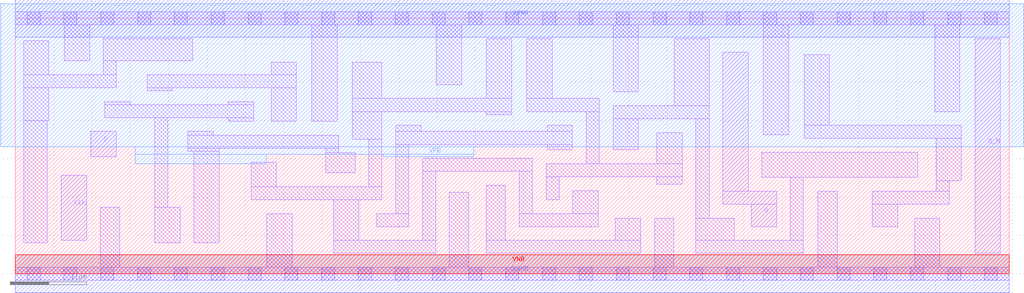
<source format=lef>
# Copyright 2020 The SkyWater PDK Authors
#
# Licensed under the Apache License, Version 2.0 (the "License");
# you may not use this file except in compliance with the License.
# You may obtain a copy of the License at
#
#     https://www.apache.org/licenses/LICENSE-2.0
#
# Unless required by applicable law or agreed to in writing, software
# distributed under the License is distributed on an "AS IS" BASIS,
# WITHOUT WARRANTIES OR CONDITIONS OF ANY KIND, either express or implied.
# See the License for the specific language governing permissions and
# limitations under the License.
#
# SPDX-License-Identifier: Apache-2.0

VERSION 5.7 ;
  NOWIREEXTENSIONATPIN ON ;
  DIVIDERCHAR "/" ;
  BUSBITCHARS "[]" ;
MACRO sky130_fd_sc_lp__dfxbp_lp
  CLASS CORE ;
  FOREIGN sky130_fd_sc_lp__dfxbp_lp ;
  ORIGIN  0.000000  0.000000 ;
  SIZE  12.96000 BY  3.330000 ;
  SYMMETRY X Y R90 ;
  SITE unit ;
  PIN D
    ANTENNAGATEAREA  0.376000 ;
    DIRECTION INPUT ;
    USE SIGNAL ;
    PORT
      LAYER li1 ;
        RECT 0.985000 1.525000 1.315000 1.855000 ;
    END
  END D
  PIN Q
    ANTENNADIFFAREA  0.402600 ;
    DIRECTION OUTPUT ;
    USE SIGNAL ;
    PORT
      LAYER li1 ;
        RECT 9.225000 0.905000 9.925000 1.075000 ;
        RECT 9.225000 1.075000 9.555000 2.890000 ;
        RECT 9.595000 0.615000 9.925000 0.905000 ;
    END
  END Q
  PIN Q_N
    ANTENNADIFFAREA  0.404700 ;
    DIRECTION OUTPUT ;
    USE SIGNAL ;
    PORT
      LAYER li1 ;
        RECT 12.515000 0.265000 12.845000 3.065000 ;
    END
  END Q_N
  PIN CLK
    ANTENNAGATEAREA  0.376000 ;
    DIRECTION INPUT ;
    USE CLOCK ;
    PORT
      LAYER li1 ;
        RECT 0.600000 0.440000 0.930000 1.285000 ;
    END
  END CLK
  PIN VGND
    DIRECTION INOUT ;
    USE GROUND ;
    PORT
      LAYER met1 ;
        RECT 0.000000 -0.245000 12.960000 0.245000 ;
    END
  END VGND
  PIN VNB
    DIRECTION INOUT ;
    USE GROUND ;
    PORT
      LAYER pwell ;
        RECT 0.000000 0.000000 12.960000 0.245000 ;
    END
  END VNB
  PIN VPB
    DIRECTION INOUT ;
    USE POWER ;
    PORT
      LAYER nwell ;
        RECT -0.190000 1.655000 13.150000 3.520000 ;
        RECT  1.565000 1.435000  3.270000 1.555000 ;
        RECT  1.565000 1.555000  5.980000 1.655000 ;
        RECT  4.800000 1.525000  5.980000 1.555000 ;
    END
  END VPB
  PIN VPWR
    DIRECTION INOUT ;
    USE POWER ;
    PORT
      LAYER met1 ;
        RECT 0.000000 3.085000 12.960000 3.575000 ;
    END
  END VPWR
  OBS
    LAYER li1 ;
      RECT  0.000000 -0.085000 12.960000 0.085000 ;
      RECT  0.000000  3.245000 12.960000 3.415000 ;
      RECT  0.110000  0.405000  0.420000 1.995000 ;
      RECT  0.110000  1.995000  0.440000 2.425000 ;
      RECT  0.110000  2.425000  1.320000 2.595000 ;
      RECT  0.110000  2.595000  0.440000 3.035000 ;
      RECT  0.640000  2.775000  0.970000 3.245000 ;
      RECT  1.110000  0.085000  1.360000 0.865000 ;
      RECT  1.150000  2.595000  1.320000 2.775000 ;
      RECT  1.150000  2.775000  2.315000 3.065000 ;
      RECT  1.170000  2.035000  3.110000 2.205000 ;
      RECT  1.170000  2.205000  1.500000 2.245000 ;
      RECT  1.720000  2.385000  2.050000 2.425000 ;
      RECT  1.720000  2.425000  3.665000 2.595000 ;
      RECT  1.820000  0.405000  2.150000 0.865000 ;
      RECT  1.820000  0.865000  1.990000 2.035000 ;
      RECT  2.250000  1.595000  2.660000 1.635000 ;
      RECT  2.250000  1.635000  4.215000 1.805000 ;
      RECT  2.250000  1.805000  2.580000 1.855000 ;
      RECT  2.330000  0.405000  2.660000 1.595000 ;
      RECT  2.780000  1.985000  3.110000 2.035000 ;
      RECT  2.780000  2.205000  3.110000 2.245000 ;
      RECT  3.075000  0.965000  4.780000 1.135000 ;
      RECT  3.075000  1.135000  3.405000 1.455000 ;
      RECT  3.280000  0.085000  3.610000 0.785000 ;
      RECT  3.335000  1.985000  3.665000 2.425000 ;
      RECT  3.335000  2.595000  3.665000 2.755000 ;
      RECT  3.865000  1.985000  4.195000 3.245000 ;
      RECT  4.045000  1.315000  4.430000 1.575000 ;
      RECT  4.045000  1.575000  4.215000 1.635000 ;
      RECT  4.150000  0.265000  5.480000 0.435000 ;
      RECT  4.150000  0.435000  4.480000 0.965000 ;
      RECT  4.395000  1.755000  4.780000 2.115000 ;
      RECT  4.395000  2.115000  6.470000 2.285000 ;
      RECT  4.395000  2.285000  4.780000 2.755000 ;
      RECT  4.610000  1.135000  4.780000 1.755000 ;
      RECT  4.710000  0.615000  5.130000 0.785000 ;
      RECT  4.960000  0.785000  5.130000 1.685000 ;
      RECT  4.960000  1.685000  7.265000 1.855000 ;
      RECT  4.960000  1.855000  5.290000 1.935000 ;
      RECT  5.310000  0.435000  5.480000 1.335000 ;
      RECT  5.310000  1.335000  6.740000 1.505000 ;
      RECT  5.490000  2.465000  5.820000 3.245000 ;
      RECT  5.660000  0.085000  5.910000 1.065000 ;
      RECT  6.140000  0.265000  8.155000 0.435000 ;
      RECT  6.140000  0.435000  6.390000 1.155000 ;
      RECT  6.140000  2.075000  6.470000 2.115000 ;
      RECT  6.140000  2.285000  6.470000 3.065000 ;
      RECT  6.570000  0.615000  7.600000 0.785000 ;
      RECT  6.570000  0.785000  6.740000 1.335000 ;
      RECT  6.670000  2.115000  7.615000 2.285000 ;
      RECT  6.670000  2.285000  7.000000 3.065000 ;
      RECT  6.920000  0.965000  7.090000 1.265000 ;
      RECT  6.920000  1.265000  8.695000 1.435000 ;
      RECT  6.935000  1.615000  7.265000 1.685000 ;
      RECT  6.935000  1.855000  7.265000 1.935000 ;
      RECT  7.270000  0.785000  7.600000 1.085000 ;
      RECT  7.445000  1.435000  7.615000 2.115000 ;
      RECT  7.795000  1.615000  8.125000 2.020000 ;
      RECT  7.795000  2.020000  9.045000 2.190000 ;
      RECT  7.795000  2.370000  8.125000 3.245000 ;
      RECT  7.825000  0.435000  8.155000 0.725000 ;
      RECT  8.335000  0.085000  8.585000 0.725000 ;
      RECT  8.365000  1.170000  8.695000 1.265000 ;
      RECT  8.365000  1.435000  8.695000 1.840000 ;
      RECT  8.590000  2.190000  9.045000 3.065000 ;
      RECT  8.875000  0.265000 10.275000 0.435000 ;
      RECT  8.875000  0.435000  9.375000 0.725000 ;
      RECT  8.875000  0.725000  9.045000 2.020000 ;
      RECT  9.735000  1.255000 11.765000 1.585000 ;
      RECT  9.755000  1.815000 10.085000 3.245000 ;
      RECT 10.105000  0.435000 10.275000 1.255000 ;
      RECT 10.285000  1.765000 12.335000 1.935000 ;
      RECT 10.285000  1.935000 10.615000 2.855000 ;
      RECT 10.465000  0.085000 10.715000 1.075000 ;
      RECT 11.175000  0.615000 11.505000 0.905000 ;
      RECT 11.175000  0.905000 12.175000 1.075000 ;
      RECT 11.725000  0.085000 12.055000 0.725000 ;
      RECT 11.985000  2.115000 12.315000 3.245000 ;
      RECT 12.005000  1.075000 12.175000 1.215000 ;
      RECT 12.005000  1.215000 12.335000 1.765000 ;
    LAYER mcon ;
      RECT  0.155000 -0.085000  0.325000 0.085000 ;
      RECT  0.155000  3.245000  0.325000 3.415000 ;
      RECT  0.635000 -0.085000  0.805000 0.085000 ;
      RECT  0.635000  3.245000  0.805000 3.415000 ;
      RECT  1.115000 -0.085000  1.285000 0.085000 ;
      RECT  1.115000  3.245000  1.285000 3.415000 ;
      RECT  1.595000 -0.085000  1.765000 0.085000 ;
      RECT  1.595000  3.245000  1.765000 3.415000 ;
      RECT  2.075000 -0.085000  2.245000 0.085000 ;
      RECT  2.075000  3.245000  2.245000 3.415000 ;
      RECT  2.555000 -0.085000  2.725000 0.085000 ;
      RECT  2.555000  3.245000  2.725000 3.415000 ;
      RECT  3.035000 -0.085000  3.205000 0.085000 ;
      RECT  3.035000  3.245000  3.205000 3.415000 ;
      RECT  3.515000 -0.085000  3.685000 0.085000 ;
      RECT  3.515000  3.245000  3.685000 3.415000 ;
      RECT  3.995000 -0.085000  4.165000 0.085000 ;
      RECT  3.995000  3.245000  4.165000 3.415000 ;
      RECT  4.475000 -0.085000  4.645000 0.085000 ;
      RECT  4.475000  3.245000  4.645000 3.415000 ;
      RECT  4.955000 -0.085000  5.125000 0.085000 ;
      RECT  4.955000  3.245000  5.125000 3.415000 ;
      RECT  5.435000 -0.085000  5.605000 0.085000 ;
      RECT  5.435000  3.245000  5.605000 3.415000 ;
      RECT  5.915000 -0.085000  6.085000 0.085000 ;
      RECT  5.915000  3.245000  6.085000 3.415000 ;
      RECT  6.395000 -0.085000  6.565000 0.085000 ;
      RECT  6.395000  3.245000  6.565000 3.415000 ;
      RECT  6.875000 -0.085000  7.045000 0.085000 ;
      RECT  6.875000  3.245000  7.045000 3.415000 ;
      RECT  7.355000 -0.085000  7.525000 0.085000 ;
      RECT  7.355000  3.245000  7.525000 3.415000 ;
      RECT  7.835000 -0.085000  8.005000 0.085000 ;
      RECT  7.835000  3.245000  8.005000 3.415000 ;
      RECT  8.315000 -0.085000  8.485000 0.085000 ;
      RECT  8.315000  3.245000  8.485000 3.415000 ;
      RECT  8.795000 -0.085000  8.965000 0.085000 ;
      RECT  8.795000  3.245000  8.965000 3.415000 ;
      RECT  9.275000 -0.085000  9.445000 0.085000 ;
      RECT  9.275000  3.245000  9.445000 3.415000 ;
      RECT  9.755000 -0.085000  9.925000 0.085000 ;
      RECT  9.755000  3.245000  9.925000 3.415000 ;
      RECT 10.235000 -0.085000 10.405000 0.085000 ;
      RECT 10.235000  3.245000 10.405000 3.415000 ;
      RECT 10.715000 -0.085000 10.885000 0.085000 ;
      RECT 10.715000  3.245000 10.885000 3.415000 ;
      RECT 11.195000 -0.085000 11.365000 0.085000 ;
      RECT 11.195000  3.245000 11.365000 3.415000 ;
      RECT 11.675000 -0.085000 11.845000 0.085000 ;
      RECT 11.675000  3.245000 11.845000 3.415000 ;
      RECT 12.155000 -0.085000 12.325000 0.085000 ;
      RECT 12.155000  3.245000 12.325000 3.415000 ;
      RECT 12.635000 -0.085000 12.805000 0.085000 ;
      RECT 12.635000  3.245000 12.805000 3.415000 ;
  END
END sky130_fd_sc_lp__dfxbp_lp
END LIBRARY

</source>
